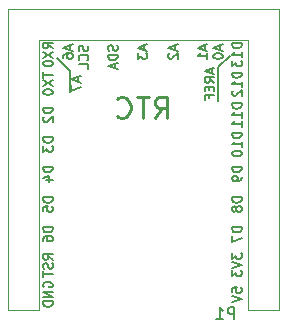
<source format=gbr>
G04 #@! TF.FileFunction,Legend,Bot*
%FSLAX46Y46*%
G04 Gerber Fmt 4.6, Leading zero omitted, Abs format (unit mm)*
G04 Created by KiCad (PCBNEW 4.0.6) date 08/13/17 19:50:11*
%MOMM*%
%LPD*%
G01*
G04 APERTURE LIST*
%ADD10C,0.100000*%
%ADD11C,0.250000*%
%ADD12C,0.150000*%
%ADD13C,0.120000*%
G04 APERTURE END LIST*
D10*
D11*
X124299571Y-100059286D02*
X124899571Y-99202143D01*
X125328143Y-100059286D02*
X125328143Y-98259286D01*
X124642428Y-98259286D01*
X124471000Y-98345000D01*
X124385285Y-98430714D01*
X124299571Y-98602143D01*
X124299571Y-98859286D01*
X124385285Y-99030714D01*
X124471000Y-99116429D01*
X124642428Y-99202143D01*
X125328143Y-99202143D01*
X123785285Y-98259286D02*
X122756714Y-98259286D01*
X123271000Y-100059286D02*
X123271000Y-98259286D01*
X121128142Y-99887857D02*
X121213856Y-99973571D01*
X121470999Y-100059286D01*
X121642428Y-100059286D01*
X121899571Y-99973571D01*
X122070999Y-99802143D01*
X122156714Y-99630714D01*
X122242428Y-99287857D01*
X122242428Y-99030714D01*
X122156714Y-98687857D01*
X122070999Y-98516429D01*
X121899571Y-98345000D01*
X121642428Y-98259286D01*
X121470999Y-98259286D01*
X121213856Y-98345000D01*
X121128142Y-98430714D01*
D12*
X117081000Y-96085000D02*
X115981000Y-94985000D01*
X117081000Y-96085000D02*
X117081000Y-97885000D01*
X130681000Y-94785000D02*
X129681000Y-95785000D01*
X129681000Y-95785000D02*
X129681000Y-98585000D01*
D13*
X111831000Y-116315000D02*
X111831000Y-90795000D01*
X111831000Y-90795000D02*
X134811000Y-90795000D01*
X134811000Y-116315000D02*
X134811000Y-90795000D01*
X132151000Y-116315000D02*
X132151000Y-93455000D01*
X132151000Y-93455000D02*
X114491000Y-93455000D01*
X114491000Y-116315000D02*
X114491000Y-93455000D01*
X114491000Y-116315000D02*
X114491000Y-109505000D01*
X134811000Y-116315000D02*
X132151000Y-116315000D01*
X111831000Y-116315000D02*
X114491000Y-116315000D01*
X134811000Y-94665000D02*
X134811000Y-93335000D01*
D12*
X131029095Y-117107381D02*
X131029095Y-116107381D01*
X130648142Y-116107381D01*
X130552904Y-116155000D01*
X130505285Y-116202619D01*
X130457666Y-116297857D01*
X130457666Y-116440714D01*
X130505285Y-116535952D01*
X130552904Y-116583571D01*
X130648142Y-116631190D01*
X131029095Y-116631190D01*
X129505285Y-117107381D02*
X130076714Y-117107381D01*
X129791000Y-117107381D02*
X129791000Y-116107381D01*
X129886238Y-116250238D01*
X129981476Y-116345476D01*
X130076714Y-116393095D01*
X117814333Y-96613572D02*
X117814333Y-96994524D01*
X118042905Y-96537381D02*
X117242905Y-96804048D01*
X118042905Y-97070715D01*
X117242905Y-97261191D02*
X117242905Y-97794524D01*
X118042905Y-97451667D01*
X129114333Y-95889762D02*
X129114333Y-96270714D01*
X129342905Y-95813571D02*
X128542905Y-96080238D01*
X129342905Y-96346905D01*
X129342905Y-97070714D02*
X128961952Y-96804047D01*
X129342905Y-96613571D02*
X128542905Y-96613571D01*
X128542905Y-96918333D01*
X128581000Y-96994524D01*
X128619095Y-97032619D01*
X128695286Y-97070714D01*
X128809571Y-97070714D01*
X128885762Y-97032619D01*
X128923857Y-96994524D01*
X128961952Y-96918333D01*
X128961952Y-96613571D01*
X128923857Y-97413571D02*
X128923857Y-97680238D01*
X129342905Y-97794524D02*
X129342905Y-97413571D01*
X128542905Y-97413571D01*
X128542905Y-97794524D01*
X128923857Y-98404048D02*
X128923857Y-98137381D01*
X129342905Y-98137381D02*
X128542905Y-98137381D01*
X128542905Y-98518334D01*
X114881000Y-114375477D02*
X114842905Y-114299286D01*
X114842905Y-114185001D01*
X114881000Y-114070715D01*
X114957190Y-113994524D01*
X115033381Y-113956429D01*
X115185762Y-113918334D01*
X115300048Y-113918334D01*
X115452429Y-113956429D01*
X115528619Y-113994524D01*
X115604810Y-114070715D01*
X115642905Y-114185001D01*
X115642905Y-114261191D01*
X115604810Y-114375477D01*
X115566714Y-114413572D01*
X115300048Y-114413572D01*
X115300048Y-114261191D01*
X115642905Y-114756429D02*
X114842905Y-114756429D01*
X115642905Y-115213572D01*
X114842905Y-115213572D01*
X115642905Y-115594524D02*
X114842905Y-115594524D01*
X114842905Y-115785000D01*
X114881000Y-115899286D01*
X114957190Y-115975477D01*
X115033381Y-116013572D01*
X115185762Y-116051667D01*
X115300048Y-116051667D01*
X115452429Y-116013572D01*
X115528619Y-115975477D01*
X115604810Y-115899286D01*
X115642905Y-115785000D01*
X115642905Y-115594524D01*
X115642905Y-112046905D02*
X115261952Y-111780238D01*
X115642905Y-111589762D02*
X114842905Y-111589762D01*
X114842905Y-111894524D01*
X114881000Y-111970715D01*
X114919095Y-112008810D01*
X114995286Y-112046905D01*
X115109571Y-112046905D01*
X115185762Y-112008810D01*
X115223857Y-111970715D01*
X115261952Y-111894524D01*
X115261952Y-111589762D01*
X115604810Y-112351667D02*
X115642905Y-112465953D01*
X115642905Y-112656429D01*
X115604810Y-112732619D01*
X115566714Y-112770715D01*
X115490524Y-112808810D01*
X115414333Y-112808810D01*
X115338143Y-112770715D01*
X115300048Y-112732619D01*
X115261952Y-112656429D01*
X115223857Y-112504048D01*
X115185762Y-112427857D01*
X115147667Y-112389762D01*
X115071476Y-112351667D01*
X114995286Y-112351667D01*
X114919095Y-112389762D01*
X114881000Y-112427857D01*
X114842905Y-112504048D01*
X114842905Y-112694524D01*
X114881000Y-112808810D01*
X114842905Y-113037381D02*
X114842905Y-113494524D01*
X115642905Y-113265953D02*
X114842905Y-113265953D01*
X115642905Y-109294524D02*
X114842905Y-109294524D01*
X114842905Y-109485000D01*
X114881000Y-109599286D01*
X114957190Y-109675477D01*
X115033381Y-109713572D01*
X115185762Y-109751667D01*
X115300048Y-109751667D01*
X115452429Y-109713572D01*
X115528619Y-109675477D01*
X115604810Y-109599286D01*
X115642905Y-109485000D01*
X115642905Y-109294524D01*
X114842905Y-110437381D02*
X114842905Y-110285000D01*
X114881000Y-110208810D01*
X114919095Y-110170715D01*
X115033381Y-110094524D01*
X115185762Y-110056429D01*
X115490524Y-110056429D01*
X115566714Y-110094524D01*
X115604810Y-110132619D01*
X115642905Y-110208810D01*
X115642905Y-110361191D01*
X115604810Y-110437381D01*
X115566714Y-110475477D01*
X115490524Y-110513572D01*
X115300048Y-110513572D01*
X115223857Y-110475477D01*
X115185762Y-110437381D01*
X115147667Y-110361191D01*
X115147667Y-110208810D01*
X115185762Y-110132619D01*
X115223857Y-110094524D01*
X115300048Y-110056429D01*
X115642905Y-106794524D02*
X114842905Y-106794524D01*
X114842905Y-106985000D01*
X114881000Y-107099286D01*
X114957190Y-107175477D01*
X115033381Y-107213572D01*
X115185762Y-107251667D01*
X115300048Y-107251667D01*
X115452429Y-107213572D01*
X115528619Y-107175477D01*
X115604810Y-107099286D01*
X115642905Y-106985000D01*
X115642905Y-106794524D01*
X114842905Y-107975477D02*
X114842905Y-107594524D01*
X115223857Y-107556429D01*
X115185762Y-107594524D01*
X115147667Y-107670715D01*
X115147667Y-107861191D01*
X115185762Y-107937381D01*
X115223857Y-107975477D01*
X115300048Y-108013572D01*
X115490524Y-108013572D01*
X115566714Y-107975477D01*
X115604810Y-107937381D01*
X115642905Y-107861191D01*
X115642905Y-107670715D01*
X115604810Y-107594524D01*
X115566714Y-107556429D01*
X115642905Y-104194524D02*
X114842905Y-104194524D01*
X114842905Y-104385000D01*
X114881000Y-104499286D01*
X114957190Y-104575477D01*
X115033381Y-104613572D01*
X115185762Y-104651667D01*
X115300048Y-104651667D01*
X115452429Y-104613572D01*
X115528619Y-104575477D01*
X115604810Y-104499286D01*
X115642905Y-104385000D01*
X115642905Y-104194524D01*
X115109571Y-105337381D02*
X115642905Y-105337381D01*
X114804810Y-105146905D02*
X115376238Y-104956429D01*
X115376238Y-105451667D01*
X115642905Y-101694524D02*
X114842905Y-101694524D01*
X114842905Y-101885000D01*
X114881000Y-101999286D01*
X114957190Y-102075477D01*
X115033381Y-102113572D01*
X115185762Y-102151667D01*
X115300048Y-102151667D01*
X115452429Y-102113572D01*
X115528619Y-102075477D01*
X115604810Y-101999286D01*
X115642905Y-101885000D01*
X115642905Y-101694524D01*
X114842905Y-102418334D02*
X114842905Y-102913572D01*
X115147667Y-102646905D01*
X115147667Y-102761191D01*
X115185762Y-102837381D01*
X115223857Y-102875477D01*
X115300048Y-102913572D01*
X115490524Y-102913572D01*
X115566714Y-102875477D01*
X115604810Y-102837381D01*
X115642905Y-102761191D01*
X115642905Y-102532619D01*
X115604810Y-102456429D01*
X115566714Y-102418334D01*
X115642905Y-99194524D02*
X114842905Y-99194524D01*
X114842905Y-99385000D01*
X114881000Y-99499286D01*
X114957190Y-99575477D01*
X115033381Y-99613572D01*
X115185762Y-99651667D01*
X115300048Y-99651667D01*
X115452429Y-99613572D01*
X115528619Y-99575477D01*
X115604810Y-99499286D01*
X115642905Y-99385000D01*
X115642905Y-99194524D01*
X114919095Y-99956429D02*
X114881000Y-99994524D01*
X114842905Y-100070715D01*
X114842905Y-100261191D01*
X114881000Y-100337381D01*
X114919095Y-100375477D01*
X114995286Y-100413572D01*
X115071476Y-100413572D01*
X115185762Y-100375477D01*
X115642905Y-99918334D01*
X115642905Y-100413572D01*
X114842905Y-96194523D02*
X114842905Y-96651666D01*
X115642905Y-96423095D02*
X114842905Y-96423095D01*
X114842905Y-96842143D02*
X115642905Y-97375476D01*
X114842905Y-97375476D02*
X115642905Y-96842143D01*
X114842905Y-97832619D02*
X114842905Y-97908810D01*
X114881000Y-97985000D01*
X114919095Y-98023095D01*
X114995286Y-98061191D01*
X115147667Y-98099286D01*
X115338143Y-98099286D01*
X115490524Y-98061191D01*
X115566714Y-98023095D01*
X115604810Y-97985000D01*
X115642905Y-97908810D01*
X115642905Y-97832619D01*
X115604810Y-97756429D01*
X115566714Y-97718333D01*
X115490524Y-97680238D01*
X115338143Y-97642143D01*
X115147667Y-97642143D01*
X114995286Y-97680238D01*
X114919095Y-97718333D01*
X114881000Y-97756429D01*
X114842905Y-97832619D01*
X115642905Y-94170714D02*
X115261952Y-93904047D01*
X115642905Y-93713571D02*
X114842905Y-93713571D01*
X114842905Y-94018333D01*
X114881000Y-94094524D01*
X114919095Y-94132619D01*
X114995286Y-94170714D01*
X115109571Y-94170714D01*
X115185762Y-94132619D01*
X115223857Y-94094524D01*
X115261952Y-94018333D01*
X115261952Y-93713571D01*
X114842905Y-94437381D02*
X115642905Y-94970714D01*
X114842905Y-94970714D02*
X115642905Y-94437381D01*
X114842905Y-95427857D02*
X114842905Y-95504048D01*
X114881000Y-95580238D01*
X114919095Y-95618333D01*
X114995286Y-95656429D01*
X115147667Y-95694524D01*
X115338143Y-95694524D01*
X115490524Y-95656429D01*
X115566714Y-95618333D01*
X115604810Y-95580238D01*
X115642905Y-95504048D01*
X115642905Y-95427857D01*
X115604810Y-95351667D01*
X115566714Y-95313571D01*
X115490524Y-95275476D01*
X115338143Y-95237381D01*
X115147667Y-95237381D01*
X114995286Y-95275476D01*
X114919095Y-95313571D01*
X114881000Y-95351667D01*
X114842905Y-95427857D01*
X117114333Y-93913572D02*
X117114333Y-94294524D01*
X117342905Y-93837381D02*
X116542905Y-94104048D01*
X117342905Y-94370715D01*
X116542905Y-94980238D02*
X116542905Y-94827857D01*
X116581000Y-94751667D01*
X116619095Y-94713572D01*
X116733381Y-94637381D01*
X116885762Y-94599286D01*
X117190524Y-94599286D01*
X117266714Y-94637381D01*
X117304810Y-94675476D01*
X117342905Y-94751667D01*
X117342905Y-94904048D01*
X117304810Y-94980238D01*
X117266714Y-95018334D01*
X117190524Y-95056429D01*
X117000048Y-95056429D01*
X116923857Y-95018334D01*
X116885762Y-94980238D01*
X116847667Y-94904048D01*
X116847667Y-94751667D01*
X116885762Y-94675476D01*
X116923857Y-94637381D01*
X117000048Y-94599286D01*
X118604810Y-93932619D02*
X118642905Y-94046905D01*
X118642905Y-94237381D01*
X118604810Y-94313571D01*
X118566714Y-94351667D01*
X118490524Y-94389762D01*
X118414333Y-94389762D01*
X118338143Y-94351667D01*
X118300048Y-94313571D01*
X118261952Y-94237381D01*
X118223857Y-94085000D01*
X118185762Y-94008809D01*
X118147667Y-93970714D01*
X118071476Y-93932619D01*
X117995286Y-93932619D01*
X117919095Y-93970714D01*
X117881000Y-94008809D01*
X117842905Y-94085000D01*
X117842905Y-94275476D01*
X117881000Y-94389762D01*
X118566714Y-95189762D02*
X118604810Y-95151667D01*
X118642905Y-95037381D01*
X118642905Y-94961191D01*
X118604810Y-94846905D01*
X118528619Y-94770714D01*
X118452429Y-94732619D01*
X118300048Y-94694524D01*
X118185762Y-94694524D01*
X118033381Y-94732619D01*
X117957190Y-94770714D01*
X117881000Y-94846905D01*
X117842905Y-94961191D01*
X117842905Y-95037381D01*
X117881000Y-95151667D01*
X117919095Y-95189762D01*
X118642905Y-95913572D02*
X118642905Y-95532619D01*
X117842905Y-95532619D01*
X121104810Y-93913572D02*
X121142905Y-94027858D01*
X121142905Y-94218334D01*
X121104810Y-94294524D01*
X121066714Y-94332620D01*
X120990524Y-94370715D01*
X120914333Y-94370715D01*
X120838143Y-94332620D01*
X120800048Y-94294524D01*
X120761952Y-94218334D01*
X120723857Y-94065953D01*
X120685762Y-93989762D01*
X120647667Y-93951667D01*
X120571476Y-93913572D01*
X120495286Y-93913572D01*
X120419095Y-93951667D01*
X120381000Y-93989762D01*
X120342905Y-94065953D01*
X120342905Y-94256429D01*
X120381000Y-94370715D01*
X121142905Y-94713572D02*
X120342905Y-94713572D01*
X120342905Y-94904048D01*
X120381000Y-95018334D01*
X120457190Y-95094525D01*
X120533381Y-95132620D01*
X120685762Y-95170715D01*
X120800048Y-95170715D01*
X120952429Y-95132620D01*
X121028619Y-95094525D01*
X121104810Y-95018334D01*
X121142905Y-94904048D01*
X121142905Y-94713572D01*
X120914333Y-95475477D02*
X120914333Y-95856429D01*
X121142905Y-95399286D02*
X120342905Y-95665953D01*
X121142905Y-95932620D01*
X123414333Y-93913572D02*
X123414333Y-94294524D01*
X123642905Y-93837381D02*
X122842905Y-94104048D01*
X123642905Y-94370715D01*
X122842905Y-94561191D02*
X122842905Y-95056429D01*
X123147667Y-94789762D01*
X123147667Y-94904048D01*
X123185762Y-94980238D01*
X123223857Y-95018334D01*
X123300048Y-95056429D01*
X123490524Y-95056429D01*
X123566714Y-95018334D01*
X123604810Y-94980238D01*
X123642905Y-94904048D01*
X123642905Y-94675476D01*
X123604810Y-94599286D01*
X123566714Y-94561191D01*
X126014333Y-93913572D02*
X126014333Y-94294524D01*
X126242905Y-93837381D02*
X125442905Y-94104048D01*
X126242905Y-94370715D01*
X125519095Y-94599286D02*
X125481000Y-94637381D01*
X125442905Y-94713572D01*
X125442905Y-94904048D01*
X125481000Y-94980238D01*
X125519095Y-95018334D01*
X125595286Y-95056429D01*
X125671476Y-95056429D01*
X125785762Y-95018334D01*
X126242905Y-94561191D01*
X126242905Y-95056429D01*
X128514333Y-93913572D02*
X128514333Y-94294524D01*
X128742905Y-93837381D02*
X127942905Y-94104048D01*
X128742905Y-94370715D01*
X128742905Y-95056429D02*
X128742905Y-94599286D01*
X128742905Y-94827857D02*
X127942905Y-94827857D01*
X128057190Y-94751667D01*
X128133381Y-94675476D01*
X128171476Y-94599286D01*
X129814333Y-93913572D02*
X129814333Y-94294524D01*
X130042905Y-93837381D02*
X129242905Y-94104048D01*
X130042905Y-94370715D01*
X129242905Y-94789762D02*
X129242905Y-94865953D01*
X129281000Y-94942143D01*
X129319095Y-94980238D01*
X129395286Y-95018334D01*
X129547667Y-95056429D01*
X129738143Y-95056429D01*
X129890524Y-95018334D01*
X129966714Y-94980238D01*
X130004810Y-94942143D01*
X130042905Y-94865953D01*
X130042905Y-94789762D01*
X130004810Y-94713572D01*
X129966714Y-94675476D01*
X129890524Y-94637381D01*
X129738143Y-94599286D01*
X129547667Y-94599286D01*
X129395286Y-94637381D01*
X129319095Y-94675476D01*
X129281000Y-94713572D01*
X129242905Y-94789762D01*
X131642905Y-93713571D02*
X130842905Y-93713571D01*
X130842905Y-93904047D01*
X130881000Y-94018333D01*
X130957190Y-94094524D01*
X131033381Y-94132619D01*
X131185762Y-94170714D01*
X131300048Y-94170714D01*
X131452429Y-94132619D01*
X131528619Y-94094524D01*
X131604810Y-94018333D01*
X131642905Y-93904047D01*
X131642905Y-93713571D01*
X131642905Y-94932619D02*
X131642905Y-94475476D01*
X131642905Y-94704047D02*
X130842905Y-94704047D01*
X130957190Y-94627857D01*
X131033381Y-94551666D01*
X131071476Y-94475476D01*
X130842905Y-95199286D02*
X130842905Y-95694524D01*
X131147667Y-95427857D01*
X131147667Y-95542143D01*
X131185762Y-95618333D01*
X131223857Y-95656429D01*
X131300048Y-95694524D01*
X131490524Y-95694524D01*
X131566714Y-95656429D01*
X131604810Y-95618333D01*
X131642905Y-95542143D01*
X131642905Y-95313571D01*
X131604810Y-95237381D01*
X131566714Y-95199286D01*
X131642905Y-96213571D02*
X130842905Y-96213571D01*
X130842905Y-96404047D01*
X130881000Y-96518333D01*
X130957190Y-96594524D01*
X131033381Y-96632619D01*
X131185762Y-96670714D01*
X131300048Y-96670714D01*
X131452429Y-96632619D01*
X131528619Y-96594524D01*
X131604810Y-96518333D01*
X131642905Y-96404047D01*
X131642905Y-96213571D01*
X131642905Y-97432619D02*
X131642905Y-96975476D01*
X131642905Y-97204047D02*
X130842905Y-97204047D01*
X130957190Y-97127857D01*
X131033381Y-97051666D01*
X131071476Y-96975476D01*
X130919095Y-97737381D02*
X130881000Y-97775476D01*
X130842905Y-97851667D01*
X130842905Y-98042143D01*
X130881000Y-98118333D01*
X130919095Y-98156429D01*
X130995286Y-98194524D01*
X131071476Y-98194524D01*
X131185762Y-98156429D01*
X131642905Y-97699286D01*
X131642905Y-98194524D01*
X131642905Y-98813571D02*
X130842905Y-98813571D01*
X130842905Y-99004047D01*
X130881000Y-99118333D01*
X130957190Y-99194524D01*
X131033381Y-99232619D01*
X131185762Y-99270714D01*
X131300048Y-99270714D01*
X131452429Y-99232619D01*
X131528619Y-99194524D01*
X131604810Y-99118333D01*
X131642905Y-99004047D01*
X131642905Y-98813571D01*
X131642905Y-100032619D02*
X131642905Y-99575476D01*
X131642905Y-99804047D02*
X130842905Y-99804047D01*
X130957190Y-99727857D01*
X131033381Y-99651666D01*
X131071476Y-99575476D01*
X131642905Y-100794524D02*
X131642905Y-100337381D01*
X131642905Y-100565952D02*
X130842905Y-100565952D01*
X130957190Y-100489762D01*
X131033381Y-100413571D01*
X131071476Y-100337381D01*
X131642905Y-101313571D02*
X130842905Y-101313571D01*
X130842905Y-101504047D01*
X130881000Y-101618333D01*
X130957190Y-101694524D01*
X131033381Y-101732619D01*
X131185762Y-101770714D01*
X131300048Y-101770714D01*
X131452429Y-101732619D01*
X131528619Y-101694524D01*
X131604810Y-101618333D01*
X131642905Y-101504047D01*
X131642905Y-101313571D01*
X131642905Y-102532619D02*
X131642905Y-102075476D01*
X131642905Y-102304047D02*
X130842905Y-102304047D01*
X130957190Y-102227857D01*
X131033381Y-102151666D01*
X131071476Y-102075476D01*
X130842905Y-103027857D02*
X130842905Y-103104048D01*
X130881000Y-103180238D01*
X130919095Y-103218333D01*
X130995286Y-103256429D01*
X131147667Y-103294524D01*
X131338143Y-103294524D01*
X131490524Y-103256429D01*
X131566714Y-103218333D01*
X131604810Y-103180238D01*
X131642905Y-103104048D01*
X131642905Y-103027857D01*
X131604810Y-102951667D01*
X131566714Y-102913571D01*
X131490524Y-102875476D01*
X131338143Y-102837381D01*
X131147667Y-102837381D01*
X130995286Y-102875476D01*
X130919095Y-102913571D01*
X130881000Y-102951667D01*
X130842905Y-103027857D01*
X131642905Y-104194524D02*
X130842905Y-104194524D01*
X130842905Y-104385000D01*
X130881000Y-104499286D01*
X130957190Y-104575477D01*
X131033381Y-104613572D01*
X131185762Y-104651667D01*
X131300048Y-104651667D01*
X131452429Y-104613572D01*
X131528619Y-104575477D01*
X131604810Y-104499286D01*
X131642905Y-104385000D01*
X131642905Y-104194524D01*
X131642905Y-105032619D02*
X131642905Y-105185000D01*
X131604810Y-105261191D01*
X131566714Y-105299286D01*
X131452429Y-105375477D01*
X131300048Y-105413572D01*
X130995286Y-105413572D01*
X130919095Y-105375477D01*
X130881000Y-105337381D01*
X130842905Y-105261191D01*
X130842905Y-105108810D01*
X130881000Y-105032619D01*
X130919095Y-104994524D01*
X130995286Y-104956429D01*
X131185762Y-104956429D01*
X131261952Y-104994524D01*
X131300048Y-105032619D01*
X131338143Y-105108810D01*
X131338143Y-105261191D01*
X131300048Y-105337381D01*
X131261952Y-105375477D01*
X131185762Y-105413572D01*
X131642905Y-106794524D02*
X130842905Y-106794524D01*
X130842905Y-106985000D01*
X130881000Y-107099286D01*
X130957190Y-107175477D01*
X131033381Y-107213572D01*
X131185762Y-107251667D01*
X131300048Y-107251667D01*
X131452429Y-107213572D01*
X131528619Y-107175477D01*
X131604810Y-107099286D01*
X131642905Y-106985000D01*
X131642905Y-106794524D01*
X131185762Y-107708810D02*
X131147667Y-107632619D01*
X131109571Y-107594524D01*
X131033381Y-107556429D01*
X130995286Y-107556429D01*
X130919095Y-107594524D01*
X130881000Y-107632619D01*
X130842905Y-107708810D01*
X130842905Y-107861191D01*
X130881000Y-107937381D01*
X130919095Y-107975477D01*
X130995286Y-108013572D01*
X131033381Y-108013572D01*
X131109571Y-107975477D01*
X131147667Y-107937381D01*
X131185762Y-107861191D01*
X131185762Y-107708810D01*
X131223857Y-107632619D01*
X131261952Y-107594524D01*
X131338143Y-107556429D01*
X131490524Y-107556429D01*
X131566714Y-107594524D01*
X131604810Y-107632619D01*
X131642905Y-107708810D01*
X131642905Y-107861191D01*
X131604810Y-107937381D01*
X131566714Y-107975477D01*
X131490524Y-108013572D01*
X131338143Y-108013572D01*
X131261952Y-107975477D01*
X131223857Y-107937381D01*
X131185762Y-107861191D01*
X131642905Y-109294524D02*
X130842905Y-109294524D01*
X130842905Y-109485000D01*
X130881000Y-109599286D01*
X130957190Y-109675477D01*
X131033381Y-109713572D01*
X131185762Y-109751667D01*
X131300048Y-109751667D01*
X131452429Y-109713572D01*
X131528619Y-109675477D01*
X131604810Y-109599286D01*
X131642905Y-109485000D01*
X131642905Y-109294524D01*
X130842905Y-110018334D02*
X130842905Y-110551667D01*
X131642905Y-110208810D01*
X130842905Y-111494524D02*
X130842905Y-111989762D01*
X131147667Y-111723095D01*
X131147667Y-111837381D01*
X131185762Y-111913571D01*
X131223857Y-111951667D01*
X131300048Y-111989762D01*
X131490524Y-111989762D01*
X131566714Y-111951667D01*
X131604810Y-111913571D01*
X131642905Y-111837381D01*
X131642905Y-111608809D01*
X131604810Y-111532619D01*
X131566714Y-111494524D01*
X130842905Y-112218333D02*
X131642905Y-112485000D01*
X130842905Y-112751667D01*
X130842905Y-112942143D02*
X130842905Y-113437381D01*
X131147667Y-113170714D01*
X131147667Y-113285000D01*
X131185762Y-113361190D01*
X131223857Y-113399286D01*
X131300048Y-113437381D01*
X131490524Y-113437381D01*
X131566714Y-113399286D01*
X131604810Y-113361190D01*
X131642905Y-113285000D01*
X131642905Y-113056428D01*
X131604810Y-112980238D01*
X131566714Y-112942143D01*
X130842905Y-114832620D02*
X130842905Y-114451667D01*
X131223857Y-114413572D01*
X131185762Y-114451667D01*
X131147667Y-114527858D01*
X131147667Y-114718334D01*
X131185762Y-114794524D01*
X131223857Y-114832620D01*
X131300048Y-114870715D01*
X131490524Y-114870715D01*
X131566714Y-114832620D01*
X131604810Y-114794524D01*
X131642905Y-114718334D01*
X131642905Y-114527858D01*
X131604810Y-114451667D01*
X131566714Y-114413572D01*
X130842905Y-115099286D02*
X131642905Y-115365953D01*
X130842905Y-115632620D01*
M02*

</source>
